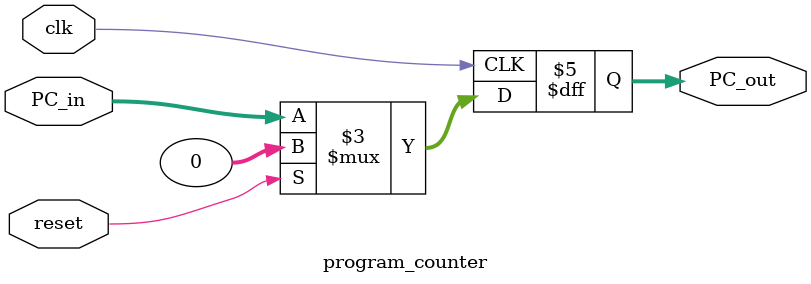
<source format=v>
`timescale 1ns / 1ps


module program_counter(clk,reset, PC_in, PC_out );
input clk, reset;
input [31:0] PC_in;
output reg[31:0] PC_out;

always @ (posedge clk ) // PC is a register that holds the address for the next instruction 
begin 
if (reset)
 PC_out <= 32'h00000000;
else
 PC_out <= PC_in;
end
endmodule

</source>
